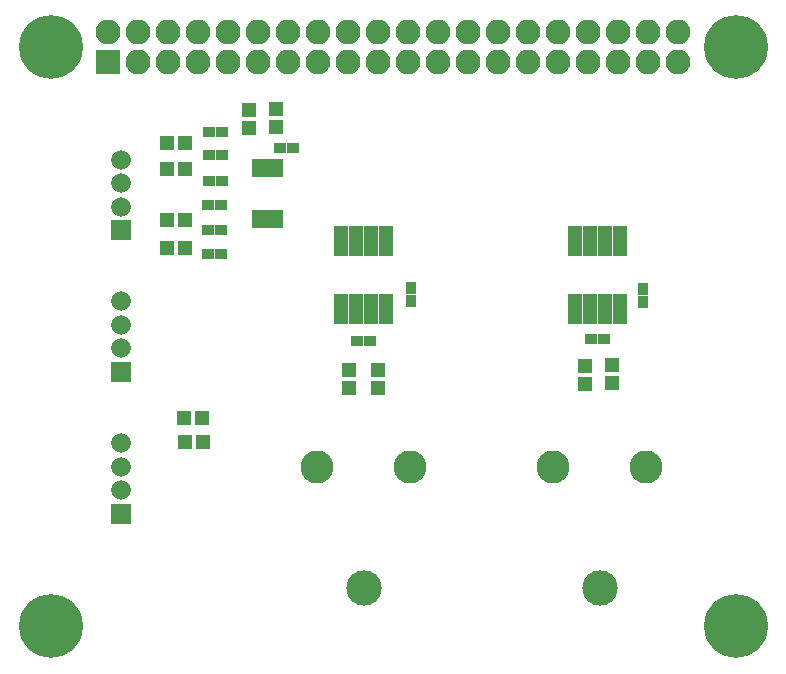
<source format=gts>
G04 #@! TF.FileFunction,Soldermask,Top*
%FSLAX46Y46*%
G04 Gerber Fmt 4.6, Leading zero omitted, Abs format (unit mm)*
G04 Created by KiCad (PCBNEW 4.0.6) date Mon Apr 10 22:16:24 2017*
%MOMM*%
%LPD*%
G01*
G04 APERTURE LIST*
%ADD10C,0.100000*%
%ADD11R,1.289000X1.289000*%
%ADD12C,5.400000*%
%ADD13R,1.670000X1.670000*%
%ADD14C,1.670000*%
%ADD15R,2.100000X2.100000*%
%ADD16O,2.100000X2.100000*%
%ADD17R,0.900000X1.000000*%
%ADD18R,1.000000X0.900000*%
%ADD19C,2.800000*%
%ADD20C,3.000000*%
%ADD21R,1.197560X2.599640*%
%ADD22R,0.650000X1.500000*%
G04 APERTURE END LIST*
D10*
D11*
X131200000Y-132362000D03*
X131200000Y-130838000D03*
D12*
X103500000Y-152500000D03*
X161500000Y-152500000D03*
X161500000Y-103500000D03*
X103500000Y-103500000D03*
D13*
X109500000Y-142999740D03*
D14*
X109500000Y-140998220D03*
X109500000Y-139001780D03*
X109500000Y-137000260D03*
D13*
X109500000Y-130999740D03*
D14*
X109500000Y-128998220D03*
X109500000Y-127001780D03*
X109500000Y-125000260D03*
D13*
X109500000Y-118999740D03*
D14*
X109500000Y-116998220D03*
X109500000Y-115001780D03*
X109500000Y-113000260D03*
D15*
X108370000Y-104770000D03*
D16*
X108370000Y-102230000D03*
X110910000Y-104770000D03*
X110910000Y-102230000D03*
X113450000Y-104770000D03*
X113450000Y-102230000D03*
X115990000Y-104770000D03*
X115990000Y-102230000D03*
X118530000Y-104770000D03*
X118530000Y-102230000D03*
X121070000Y-104770000D03*
X121070000Y-102230000D03*
X123610000Y-104770000D03*
X123610000Y-102230000D03*
X126150000Y-104770000D03*
X126150000Y-102230000D03*
X128690000Y-104770000D03*
X128690000Y-102230000D03*
X131230000Y-104770000D03*
X131230000Y-102230000D03*
X133770000Y-104770000D03*
X133770000Y-102230000D03*
X136310000Y-104770000D03*
X136310000Y-102230000D03*
X138850000Y-104770000D03*
X138850000Y-102230000D03*
X141390000Y-104770000D03*
X141390000Y-102230000D03*
X143930000Y-104770000D03*
X143930000Y-102230000D03*
X146470000Y-104770000D03*
X146470000Y-102230000D03*
X149010000Y-104770000D03*
X149010000Y-102230000D03*
X151550000Y-104770000D03*
X151550000Y-102230000D03*
X154090000Y-104770000D03*
X154090000Y-102230000D03*
X156630000Y-104770000D03*
X156630000Y-102230000D03*
D17*
X134000000Y-123920000D03*
X134000000Y-125020000D03*
D18*
X117925000Y-121025000D03*
X116825000Y-121025000D03*
X117925000Y-118950000D03*
X116825000Y-118950000D03*
X116825000Y-116825000D03*
X117925000Y-116825000D03*
X130550000Y-128400000D03*
X129450000Y-128400000D03*
X122950000Y-112000000D03*
X124050000Y-112000000D03*
X118000000Y-110700000D03*
X116900000Y-110700000D03*
X118050000Y-112650000D03*
X116950000Y-112650000D03*
X116950000Y-114850000D03*
X118050000Y-114850000D03*
D17*
X153640000Y-123950000D03*
X153640000Y-125050000D03*
D18*
X150350000Y-128200000D03*
X149250000Y-128200000D03*
D19*
X153950000Y-139000000D03*
X146050000Y-139000000D03*
D20*
X150000000Y-149250000D03*
D11*
X114818000Y-134880000D03*
X116342000Y-134880000D03*
X114838000Y-136960000D03*
X116362000Y-136960000D03*
X113338000Y-118125000D03*
X114862000Y-118125000D03*
X114887000Y-120525000D03*
X113363000Y-120525000D03*
X120300000Y-110312000D03*
X120300000Y-108788000D03*
X122550000Y-110262000D03*
X122550000Y-108738000D03*
X114887000Y-111575000D03*
X113363000Y-111575000D03*
X114887000Y-113775000D03*
X113363000Y-113775000D03*
D19*
X133950000Y-139000000D03*
X126050000Y-139000000D03*
D20*
X130000000Y-149250000D03*
D21*
X147897540Y-125667660D03*
X149167540Y-125667660D03*
X150432460Y-125667660D03*
X151702460Y-125667660D03*
X151702460Y-119932340D03*
X150432460Y-119932340D03*
X149167540Y-119932340D03*
X147897540Y-119932340D03*
X128097540Y-125667660D03*
X129367540Y-125667660D03*
X130632460Y-125667660D03*
X131902460Y-125667660D03*
X131902460Y-119932340D03*
X130632460Y-119932340D03*
X129367540Y-119932340D03*
X128097540Y-119932340D03*
D22*
X120875000Y-118025000D03*
X121375000Y-118025000D03*
X121875000Y-118025000D03*
X122375000Y-118025000D03*
X122875000Y-118025000D03*
X122875000Y-113725000D03*
X122375000Y-113725000D03*
X121875000Y-113725000D03*
X121375000Y-113725000D03*
X120875000Y-113725000D03*
D11*
X151000000Y-131962000D03*
X151000000Y-130438000D03*
X148750000Y-132012000D03*
X148750000Y-130488000D03*
X128800000Y-132362000D03*
X128800000Y-130838000D03*
M02*

</source>
